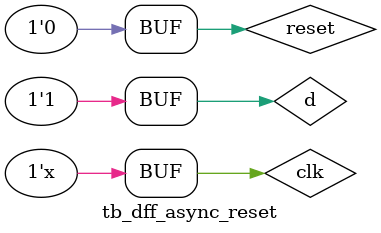
<source format=v>
`timescale 1ns / 1ps


module tb_dff_async_reset;

	// Inputs
	reg d;
	reg clk;
	reg reset;

	// Outputs
	wire q;

	// Instantiate the Unit Under Test (UUT)
	dff_async_reset uut (
		.d(d), 
		.clk(clk), 
		.reset(reset), 
		.q(q)
	);


	initial clk = 0;
	always #10 clk =~clk;
	
	initial begin
		// Initialize Inputs
		d = 0;
		reset = 1;

		// Wait 100 ns for global reset to finish
		#100;
      d = 1;
		// Add stimulus here
		#100;
      reset = 0;
	end
      
endmodule


</source>
